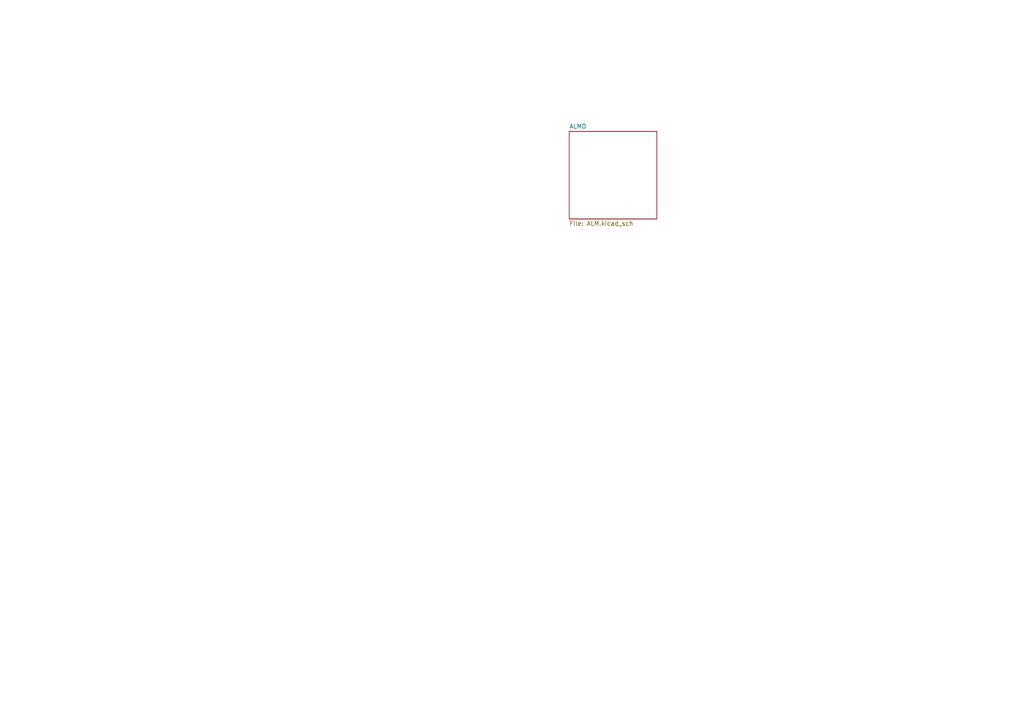
<source format=kicad_sch>
(kicad_sch (version 20211123) (generator eeschema)
  (paper "A4")
  (lib_symbols)
  (sheet (at 165.1 38.1) (size 25.4 25.4)
    (property "Sheet name" "ALM0" (at 165.1 37.3884 0) (effects (justify left bottom)))
    (property "Sheet file" "ALM.kicad_sch" (at 165.1 64.0846 0) (effects (justify left top)))
  )
)
</source>
